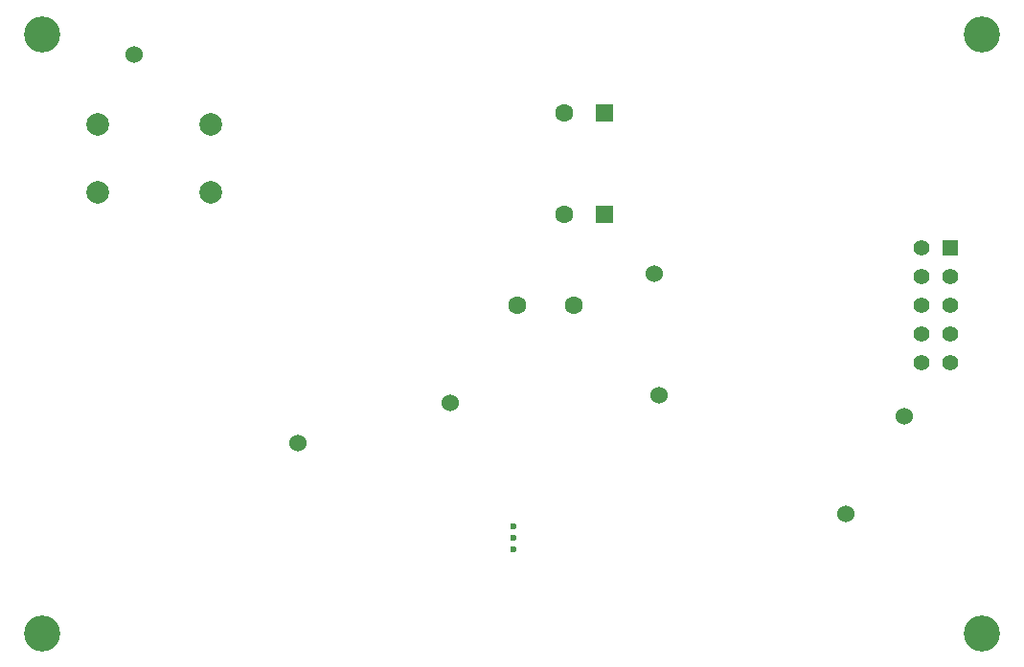
<source format=gbr>
G04 #@! TF.GenerationSoftware,KiCad,Pcbnew,7.0.7*
G04 #@! TF.CreationDate,2023-09-15T22:30:58+02:00*
G04 #@! TF.ProjectId,Nixie PSU,4e697869-6520-4505-9355-2e6b69636164,rev?*
G04 #@! TF.SameCoordinates,Original*
G04 #@! TF.FileFunction,Soldermask,Bot*
G04 #@! TF.FilePolarity,Negative*
%FSLAX46Y46*%
G04 Gerber Fmt 4.6, Leading zero omitted, Abs format (unit mm)*
G04 Created by KiCad (PCBNEW 7.0.7) date 2023-09-15 22:30:58*
%MOMM*%
%LPD*%
G01*
G04 APERTURE LIST*
%ADD10C,3.200000*%
%ADD11R,1.600000X1.600000*%
%ADD12C,1.600000*%
%ADD13C,1.530000*%
%ADD14C,2.000000*%
%ADD15R,1.390000X1.390000*%
%ADD16C,1.390000*%
%ADD17C,0.600000*%
G04 APERTURE END LIST*
D10*
X110000000Y-111000000D03*
D11*
X159652651Y-65000000D03*
D12*
X156152651Y-65000000D03*
X157000000Y-82000000D03*
X152000000Y-82000000D03*
D10*
X193000000Y-111000000D03*
D13*
X164500000Y-90000000D03*
X118100000Y-59800000D03*
X132588000Y-94234000D03*
D11*
X159652651Y-74000000D03*
D12*
X156152651Y-74000000D03*
D14*
X124888000Y-66000000D03*
X114888000Y-66000000D03*
D13*
X164084000Y-79248000D03*
D15*
X190270000Y-76920000D03*
D16*
X187730000Y-76920000D03*
X190270000Y-79460000D03*
X187730000Y-79460000D03*
X190270000Y-82000000D03*
X187730000Y-82000000D03*
X190270000Y-84540000D03*
X187730000Y-84540000D03*
X190270000Y-87080000D03*
X187730000Y-87080000D03*
D13*
X146050000Y-90678000D03*
D10*
X110000000Y-58000000D03*
D13*
X181000000Y-100500000D03*
D10*
X193000000Y-58000000D03*
D14*
X124888000Y-72009000D03*
X114888000Y-72009000D03*
D13*
X186200000Y-91800000D03*
D17*
X151637997Y-101600000D03*
X151637997Y-102616000D03*
X151637997Y-103632000D03*
M02*

</source>
